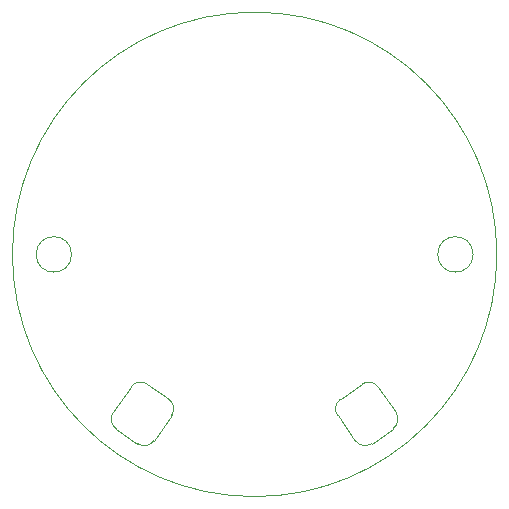
<source format=gm1>
%TF.GenerationSoftware,KiCad,Pcbnew,(5.1.9-0-10_14)*%
%TF.CreationDate,2024-01-23T11:46:41+01:00*%
%TF.ProjectId,berker-sensor-acdc,6265726b-6572-42d7-9365-6e736f722d61,rev?*%
%TF.SameCoordinates,Original*%
%TF.FileFunction,Profile,NP*%
%FSLAX46Y46*%
G04 Gerber Fmt 4.6, Leading zero omitted, Abs format (unit mm)*
G04 Created by KiCad (PCBNEW (5.1.9-0-10_14)) date 2024-01-23 11:46:41*
%MOMM*%
%LPD*%
G01*
G04 APERTURE LIST*
%TA.AperFunction,Profile*%
%ADD10C,0.050000*%
%TD*%
%TA.AperFunction,Profile*%
%ADD11C,0.120000*%
%TD*%
G04 APERTURE END LIST*
D10*
X18500000Y0D02*
G75*
G03*
X18500000Y0I-1500000J0D01*
G01*
X-15500000Y0D02*
G75*
G03*
X-15500000Y0I-1500000J0D01*
G01*
X20506097Y0D02*
G75*
G03*
X20506097Y0I-20506097J0D01*
G01*
D11*
%TO.C,J2*%
X-8525430Y-15769408D02*
X-7034131Y-13639613D01*
X-7279707Y-12246884D02*
X-9081841Y-10985016D01*
X-10474570Y-11230592D02*
X-11965869Y-13360387D01*
X-11720293Y-14753116D02*
X-9918159Y-16014984D01*
X-11720294Y-14753116D02*
G75*
G02*
X-11965869Y-13360387I573577J819152D01*
G01*
X-8525430Y-15769409D02*
G75*
G02*
X-9918159Y-16014984I-819152J573577D01*
G01*
X-10474570Y-11230591D02*
G75*
G02*
X-9081841Y-10985016I819152J-573577D01*
G01*
X-7279706Y-12246884D02*
G75*
G02*
X-7034131Y-13639613I-573577J-819152D01*
G01*
%TO.C,J1*%
X7034131Y-13639613D02*
X8525430Y-15769408D01*
X9918159Y-16014984D02*
X11720293Y-14753116D01*
X11965869Y-13360387D02*
X10474570Y-11230592D01*
X9081841Y-10985016D02*
X7279707Y-12246884D01*
X9081842Y-10985016D02*
G75*
G02*
X10474570Y-11230592I573576J-819152D01*
G01*
X7034131Y-13639612D02*
G75*
G02*
X7279707Y-12246884I819152J573576D01*
G01*
X11965869Y-13360388D02*
G75*
G02*
X11720293Y-14753116I-819152J-573576D01*
G01*
X9918158Y-16014984D02*
G75*
G02*
X8525430Y-15769408I-573576J819152D01*
G01*
%TD*%
M02*

</source>
